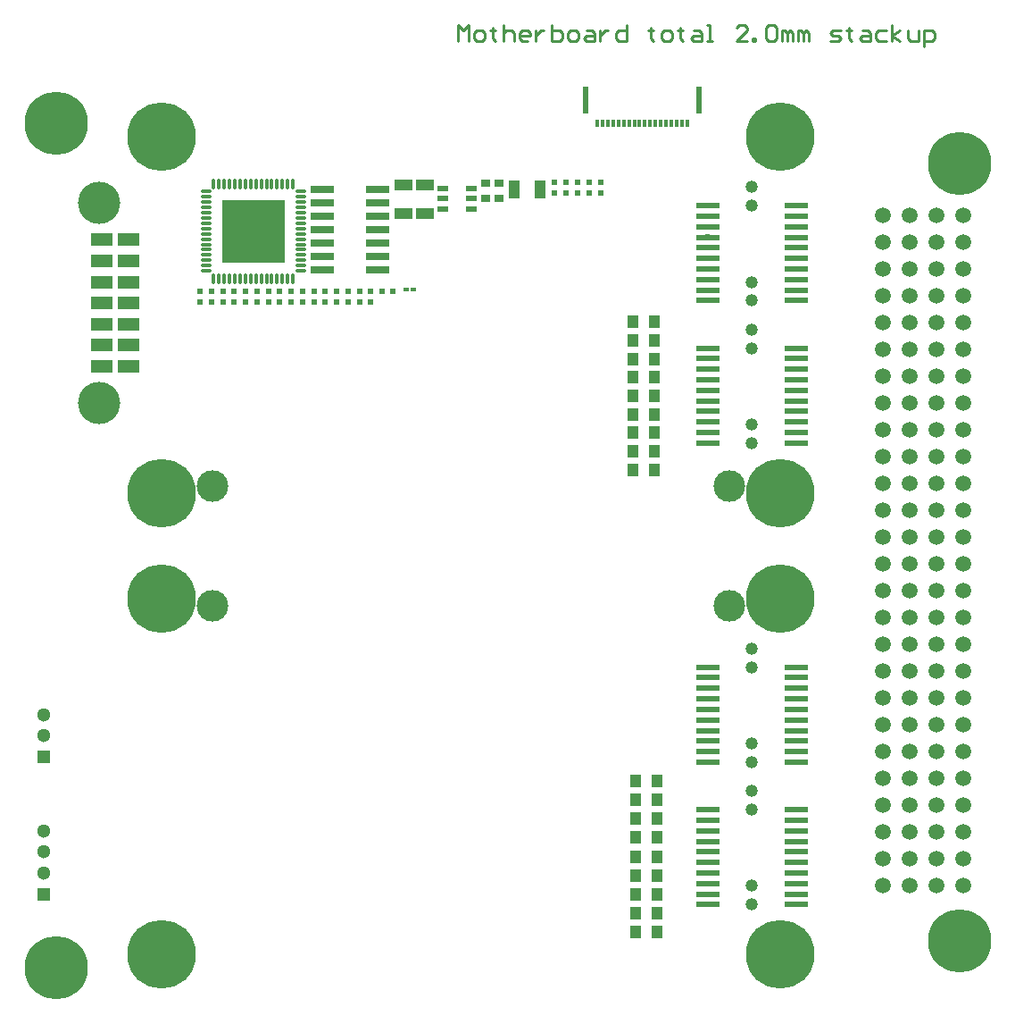
<source format=gtl>
G04 Layer_Physical_Order=1*
G04 Layer_Color=255*
%FSLAX44Y44*%
%MOMM*%
G71*
G01*
G75*
%ADD10R,1.0000X1.3000*%
%ADD11R,2.2000X0.6500*%
%ADD12R,1.0000X1.8000*%
%ADD13R,1.7000X1.1000*%
%ADD14R,1.0500X0.6000*%
%ADD15R,0.5000X0.3000*%
%ADD16R,0.9000X0.8000*%
%ADD17R,0.3500X0.7000*%
%ADD18R,0.6000X2.6000*%
%ADD19R,2.2600X0.6100*%
%ADD20R,2.0000X1.2000*%
G04:AMPARAMS|DCode=21|XSize=0.3mm|YSize=1mm|CornerRadius=0.12mm|HoleSize=0mm|Usage=FLASHONLY|Rotation=90.000|XOffset=0mm|YOffset=0mm|HoleType=Round|Shape=RoundedRectangle|*
%AMROUNDEDRECTD21*
21,1,0.3000,0.7600,0,0,90.0*
21,1,0.0600,1.0000,0,0,90.0*
1,1,0.2400,0.3800,0.0300*
1,1,0.2400,0.3800,-0.0300*
1,1,0.2400,-0.3800,-0.0300*
1,1,0.2400,-0.3800,0.0300*
%
%ADD21ROUNDEDRECTD21*%
G04:AMPARAMS|DCode=22|XSize=0.3mm|YSize=1mm|CornerRadius=0.12mm|HoleSize=0mm|Usage=FLASHONLY|Rotation=0.000|XOffset=0mm|YOffset=0mm|HoleType=Round|Shape=RoundedRectangle|*
%AMROUNDEDRECTD22*
21,1,0.3000,0.7600,0,0,0.0*
21,1,0.0600,1.0000,0,0,0.0*
1,1,0.2400,0.0300,-0.3800*
1,1,0.2400,-0.0300,-0.3800*
1,1,0.2400,-0.0300,0.3800*
1,1,0.2400,0.0300,0.3800*
%
%ADD22ROUNDEDRECTD22*%
%ADD23R,6.0000X6.0000*%
%ADD24R,0.6000X0.6000*%
%ADD25R,0.6000X0.6000*%
%ADD26C,0.2540*%
%ADD27C,1.3000*%
%ADD28R,1.3000X1.3000*%
%ADD29C,6.5000*%
%ADD30C,1.1900*%
%ADD31C,6.0000*%
%ADD32C,1.5000*%
%ADD33C,3.0000*%
%ADD34C,4.0000*%
%ADD35C,0.6000*%
D10*
X499000Y212250D02*
D03*
X479000D02*
D03*
X499000Y194719D02*
D03*
X479000D02*
D03*
X499000Y177187D02*
D03*
X479000D02*
D03*
X499000Y159656D02*
D03*
X479000D02*
D03*
X499000Y142125D02*
D03*
X479000D02*
D03*
X499000Y124594D02*
D03*
X479000D02*
D03*
X499000Y107063D02*
D03*
X479000D02*
D03*
X499000Y89531D02*
D03*
X479000D02*
D03*
X499000Y72000D02*
D03*
X479000D02*
D03*
X501500Y-222750D02*
D03*
X481500D02*
D03*
X501500Y-240656D02*
D03*
X481500D02*
D03*
X501500Y-258563D02*
D03*
X481500D02*
D03*
X501500Y-276469D02*
D03*
X481500D02*
D03*
X501500Y-294375D02*
D03*
X481500D02*
D03*
X501500Y-312281D02*
D03*
X481500D02*
D03*
X501500Y-330187D02*
D03*
X481500D02*
D03*
X501500Y-348094D02*
D03*
X481500D02*
D03*
X501500Y-366000D02*
D03*
X481500D02*
D03*
D11*
X184216Y338082D02*
D03*
Y325382D02*
D03*
Y312682D02*
D03*
Y299982D02*
D03*
Y287282D02*
D03*
Y274582D02*
D03*
Y261882D02*
D03*
X236216Y338082D02*
D03*
Y325382D02*
D03*
Y312682D02*
D03*
Y299982D02*
D03*
Y287282D02*
D03*
Y274582D02*
D03*
Y261882D02*
D03*
D12*
X366048Y337332D02*
D03*
X391048D02*
D03*
D13*
X260766Y342082D02*
D03*
Y315082D02*
D03*
X281566Y342082D02*
D03*
Y315082D02*
D03*
D14*
X325632Y338332D02*
D03*
Y328832D02*
D03*
Y319332D02*
D03*
X298632D02*
D03*
Y328832D02*
D03*
Y338332D02*
D03*
D15*
X263250Y243250D02*
D03*
X270250D02*
D03*
D16*
X351498Y329582D02*
D03*
Y343582D02*
D03*
X338698Y329582D02*
D03*
Y343582D02*
D03*
D17*
X485000Y400000D02*
D03*
X490000D02*
D03*
X495000D02*
D03*
X500000D02*
D03*
X505000D02*
D03*
X510000D02*
D03*
X515000D02*
D03*
X520000D02*
D03*
X525000D02*
D03*
X530000D02*
D03*
X480000D02*
D03*
X475000D02*
D03*
X470000D02*
D03*
X465000D02*
D03*
X460000D02*
D03*
X455000D02*
D03*
X450000D02*
D03*
X445000D02*
D03*
D18*
X434000Y422000D02*
D03*
X541000D02*
D03*
D19*
X549750Y-115000D02*
D03*
Y-125000D02*
D03*
Y-135000D02*
D03*
Y-145000D02*
D03*
Y-155000D02*
D03*
Y-165000D02*
D03*
Y-175000D02*
D03*
Y-185000D02*
D03*
Y-195000D02*
D03*
Y-205000D02*
D03*
X633550D02*
D03*
Y-195000D02*
D03*
Y-185000D02*
D03*
Y-175000D02*
D03*
Y-165000D02*
D03*
Y-155000D02*
D03*
Y-145000D02*
D03*
Y-135000D02*
D03*
Y-125000D02*
D03*
Y-115000D02*
D03*
X549750Y322300D02*
D03*
Y312300D02*
D03*
Y302300D02*
D03*
Y292300D02*
D03*
Y282300D02*
D03*
Y272300D02*
D03*
Y262300D02*
D03*
Y252300D02*
D03*
Y242300D02*
D03*
Y232300D02*
D03*
X633550D02*
D03*
Y242300D02*
D03*
Y252300D02*
D03*
Y262300D02*
D03*
Y272300D02*
D03*
Y282300D02*
D03*
Y292300D02*
D03*
Y302300D02*
D03*
Y312300D02*
D03*
Y322300D02*
D03*
X549750Y187300D02*
D03*
Y177300D02*
D03*
Y167300D02*
D03*
Y157300D02*
D03*
Y147300D02*
D03*
Y137300D02*
D03*
Y127300D02*
D03*
Y117300D02*
D03*
Y107300D02*
D03*
Y97300D02*
D03*
X633550D02*
D03*
Y107300D02*
D03*
Y117300D02*
D03*
Y127300D02*
D03*
Y137300D02*
D03*
Y147300D02*
D03*
Y157300D02*
D03*
Y167300D02*
D03*
Y177300D02*
D03*
Y187300D02*
D03*
X549750Y-250000D02*
D03*
Y-260000D02*
D03*
Y-270000D02*
D03*
Y-280000D02*
D03*
Y-290000D02*
D03*
Y-300000D02*
D03*
Y-310000D02*
D03*
Y-320000D02*
D03*
Y-330000D02*
D03*
Y-340000D02*
D03*
X633550D02*
D03*
Y-330000D02*
D03*
Y-320000D02*
D03*
Y-310000D02*
D03*
Y-300000D02*
D03*
Y-290000D02*
D03*
Y-280000D02*
D03*
Y-270000D02*
D03*
Y-260000D02*
D03*
Y-250000D02*
D03*
D20*
X0Y170000D02*
D03*
X-25000D02*
D03*
X0Y190000D02*
D03*
X-25000D02*
D03*
X0Y210000D02*
D03*
X-25000D02*
D03*
X0Y230000D02*
D03*
X-25000D02*
D03*
X0Y250000D02*
D03*
X-25000D02*
D03*
X0Y270000D02*
D03*
X-25000D02*
D03*
X0Y290000D02*
D03*
X-25000D02*
D03*
D21*
X73650Y335566D02*
D03*
Y330566D02*
D03*
Y325566D02*
D03*
Y320566D02*
D03*
Y315566D02*
D03*
Y310566D02*
D03*
Y305566D02*
D03*
Y300566D02*
D03*
Y295566D02*
D03*
Y290566D02*
D03*
Y285566D02*
D03*
Y280566D02*
D03*
Y275566D02*
D03*
Y270566D02*
D03*
Y265566D02*
D03*
Y260566D02*
D03*
X163650D02*
D03*
Y265566D02*
D03*
Y270566D02*
D03*
Y275566D02*
D03*
Y280566D02*
D03*
Y285566D02*
D03*
Y290566D02*
D03*
Y295566D02*
D03*
Y300566D02*
D03*
Y305566D02*
D03*
Y310566D02*
D03*
Y315566D02*
D03*
Y320566D02*
D03*
Y325566D02*
D03*
Y330566D02*
D03*
Y335566D02*
D03*
D22*
X81150Y253066D02*
D03*
X86150D02*
D03*
X91150D02*
D03*
X96150D02*
D03*
X101150D02*
D03*
X106150D02*
D03*
X111150D02*
D03*
X116150D02*
D03*
X121150D02*
D03*
X126150D02*
D03*
X131150D02*
D03*
X136150D02*
D03*
X141150D02*
D03*
X146150D02*
D03*
X151150D02*
D03*
X156150D02*
D03*
Y343066D02*
D03*
X151150D02*
D03*
X146150D02*
D03*
X141150D02*
D03*
X136150D02*
D03*
X131150D02*
D03*
X126150D02*
D03*
X121150D02*
D03*
X116150D02*
D03*
X111150D02*
D03*
X106150D02*
D03*
X101150D02*
D03*
X96150D02*
D03*
X91150D02*
D03*
X86150D02*
D03*
X81150D02*
D03*
D23*
X118650Y298066D02*
D03*
D24*
X78950Y241250D02*
D03*
Y231250D02*
D03*
X68150Y241250D02*
D03*
Y231250D02*
D03*
X230150Y241250D02*
D03*
Y231250D02*
D03*
X186950D02*
D03*
Y241250D02*
D03*
X122150D02*
D03*
Y231250D02*
D03*
X165350D02*
D03*
Y241250D02*
D03*
X176150D02*
D03*
Y231250D02*
D03*
X154550D02*
D03*
Y241250D02*
D03*
X132950D02*
D03*
Y231250D02*
D03*
X143750D02*
D03*
Y241250D02*
D03*
X219350D02*
D03*
Y231250D02*
D03*
X197750D02*
D03*
Y241250D02*
D03*
X208550D02*
D03*
Y231250D02*
D03*
X436998Y344082D02*
D03*
Y334082D02*
D03*
X447798Y344082D02*
D03*
Y334082D02*
D03*
X426198Y344082D02*
D03*
Y334082D02*
D03*
X404598Y344082D02*
D03*
Y334082D02*
D03*
X415398Y344082D02*
D03*
Y334082D02*
D03*
X100550Y241250D02*
D03*
Y231250D02*
D03*
X111350D02*
D03*
Y241250D02*
D03*
X89750D02*
D03*
Y231250D02*
D03*
D25*
X240950Y241250D02*
D03*
X250950D02*
D03*
D26*
X312650Y478000D02*
Y493235D01*
X317728Y488157D01*
X322807Y493235D01*
Y478000D01*
X330424D02*
X335503D01*
X338042Y480539D01*
Y485617D01*
X335503Y488157D01*
X330424D01*
X327885Y485617D01*
Y480539D01*
X330424Y478000D01*
X345659Y490696D02*
Y488157D01*
X343120D01*
X348198D01*
X345659D01*
Y480539D01*
X348198Y478000D01*
X355816Y493235D02*
Y478000D01*
Y485617D01*
X358355Y488157D01*
X363433D01*
X365973Y485617D01*
Y478000D01*
X378669D02*
X373590D01*
X371051Y480539D01*
Y485617D01*
X373590Y488157D01*
X378669D01*
X381208Y485617D01*
Y483078D01*
X371051D01*
X386286Y488157D02*
Y478000D01*
Y483078D01*
X388825Y485617D01*
X391364Y488157D01*
X393904D01*
X401521Y493235D02*
Y478000D01*
X409139D01*
X411678Y480539D01*
Y483078D01*
Y485617D01*
X409139Y488157D01*
X401521D01*
X419295Y478000D02*
X424374D01*
X426913Y480539D01*
Y485617D01*
X424374Y488157D01*
X419295D01*
X416756Y485617D01*
Y480539D01*
X419295Y478000D01*
X434530Y488157D02*
X439609D01*
X442148Y485617D01*
Y478000D01*
X434530D01*
X431991Y480539D01*
X434530Y483078D01*
X442148D01*
X447226Y488157D02*
Y478000D01*
Y483078D01*
X449766Y485617D01*
X452305Y488157D01*
X454844D01*
X472618Y493235D02*
Y478000D01*
X465001D01*
X462461Y480539D01*
Y485617D01*
X465001Y488157D01*
X472618D01*
X495471Y490696D02*
Y488157D01*
X492932D01*
X498010D01*
X495471D01*
Y480539D01*
X498010Y478000D01*
X508167D02*
X513245D01*
X515784Y480539D01*
Y485617D01*
X513245Y488157D01*
X508167D01*
X505627Y485617D01*
Y480539D01*
X508167Y478000D01*
X523402Y490696D02*
Y488157D01*
X520863D01*
X525941D01*
X523402D01*
Y480539D01*
X525941Y478000D01*
X536098Y488157D02*
X541176D01*
X543715Y485617D01*
Y478000D01*
X536098D01*
X533558Y480539D01*
X536098Y483078D01*
X543715D01*
X548793Y478000D02*
X553872D01*
X551333D01*
Y493235D01*
X548793D01*
X586881Y478000D02*
X576724D01*
X586881Y488157D01*
Y490696D01*
X584342Y493235D01*
X579264D01*
X576724Y490696D01*
X591959Y478000D02*
Y480539D01*
X594499D01*
Y478000D01*
X591959D01*
X604655Y490696D02*
X607195Y493235D01*
X612273D01*
X614812Y490696D01*
Y480539D01*
X612273Y478000D01*
X607195D01*
X604655Y480539D01*
Y490696D01*
X619891Y478000D02*
Y488157D01*
X622430D01*
X624969Y485617D01*
Y478000D01*
Y485617D01*
X627508Y488157D01*
X630047Y485617D01*
Y478000D01*
X635126D02*
Y488157D01*
X637665D01*
X640204Y485617D01*
Y478000D01*
Y485617D01*
X642743Y488157D01*
X645282Y485617D01*
Y478000D01*
X665596D02*
X673213D01*
X675752Y480539D01*
X673213Y483078D01*
X668135D01*
X665596Y485617D01*
X668135Y488157D01*
X675752D01*
X683370Y490696D02*
Y488157D01*
X680831D01*
X685909D01*
X683370D01*
Y480539D01*
X685909Y478000D01*
X696066Y488157D02*
X701144D01*
X703683Y485617D01*
Y478000D01*
X696066D01*
X693527Y480539D01*
X696066Y483078D01*
X703683D01*
X718918Y488157D02*
X711301D01*
X708762Y485617D01*
Y480539D01*
X711301Y478000D01*
X718918D01*
X723997D02*
Y493235D01*
Y483078D02*
X731614Y488157D01*
X723997Y483078D02*
X731614Y478000D01*
X739232Y488157D02*
Y480539D01*
X741771Y478000D01*
X749389D01*
Y488157D01*
X754467Y472922D02*
Y488157D01*
X762085D01*
X764624Y485617D01*
Y480539D01*
X762085Y478000D01*
X754467D01*
D27*
X-80000Y-290000D02*
D03*
Y-310000D02*
D03*
Y-270000D02*
D03*
Y-160000D02*
D03*
Y-180000D02*
D03*
D28*
Y-330000D02*
D03*
Y-200000D02*
D03*
D29*
X618650Y-387300D02*
D03*
Y387300D02*
D03*
Y50000D02*
D03*
Y-50000D02*
D03*
X31350Y387300D02*
D03*
Y50000D02*
D03*
Y-50000D02*
D03*
Y-387300D02*
D03*
D30*
X591650Y-97300D02*
D03*
Y-187300D02*
D03*
Y250000D02*
D03*
Y340000D02*
D03*
Y-115000D02*
D03*
Y-205000D02*
D03*
Y322300D02*
D03*
Y232300D02*
D03*
Y187300D02*
D03*
Y97300D02*
D03*
Y-322300D02*
D03*
Y-232300D02*
D03*
Y115000D02*
D03*
Y205000D02*
D03*
Y-250000D02*
D03*
Y-340000D02*
D03*
D31*
X788650Y362000D02*
D03*
Y-374600D02*
D03*
X-68650Y400100D02*
D03*
Y-400000D02*
D03*
D32*
X715910Y313440D02*
D03*
X741310D02*
D03*
X715910Y288040D02*
D03*
X741310D02*
D03*
X715910Y262640D02*
D03*
X741310D02*
D03*
X715910Y237240D02*
D03*
X741310D02*
D03*
X715910Y211840D02*
D03*
X741310D02*
D03*
X715910Y186440D02*
D03*
X741310D02*
D03*
X715910Y161040D02*
D03*
X741310D02*
D03*
X715910Y135640D02*
D03*
X741310D02*
D03*
X715910Y110240D02*
D03*
X741310D02*
D03*
X715910Y84840D02*
D03*
X741310D02*
D03*
X715910Y59440D02*
D03*
X741310D02*
D03*
X715910Y34040D02*
D03*
X741310D02*
D03*
X715910Y8640D02*
D03*
X741310D02*
D03*
X715910Y-16760D02*
D03*
X741310D02*
D03*
X715910Y-42160D02*
D03*
X741310D02*
D03*
X715910Y-67560D02*
D03*
X741310D02*
D03*
X715910Y-92960D02*
D03*
X741310D02*
D03*
X715910Y-118360D02*
D03*
X741310D02*
D03*
X715910Y-143760D02*
D03*
X741310D02*
D03*
X715910Y-169160D02*
D03*
X741310D02*
D03*
X715910Y-194560D02*
D03*
X741310D02*
D03*
X715910Y-219960D02*
D03*
X741310D02*
D03*
X715910Y-245360D02*
D03*
X741310D02*
D03*
X715910Y-270760D02*
D03*
X741310D02*
D03*
X715910Y-296160D02*
D03*
X741310D02*
D03*
X715910Y-321560D02*
D03*
X741310D02*
D03*
X792110D02*
D03*
X766710D02*
D03*
X792110Y-296160D02*
D03*
X766710D02*
D03*
X792110Y-270760D02*
D03*
X766710D02*
D03*
X792110Y-245360D02*
D03*
X766710D02*
D03*
X792110Y-219960D02*
D03*
X766710D02*
D03*
X792110Y-194560D02*
D03*
X766710D02*
D03*
X792110Y-169160D02*
D03*
X766710D02*
D03*
X792110Y-143760D02*
D03*
X766710D02*
D03*
X792110Y-118360D02*
D03*
X766710D02*
D03*
X792110Y-92960D02*
D03*
X766710D02*
D03*
X792110Y-67560D02*
D03*
X766710D02*
D03*
X792110Y-42160D02*
D03*
X766710D02*
D03*
X792110Y-16760D02*
D03*
X766710D02*
D03*
X792110Y8640D02*
D03*
X766710D02*
D03*
X792110Y34040D02*
D03*
X766710D02*
D03*
X792110Y59440D02*
D03*
X766710D02*
D03*
X792110Y84840D02*
D03*
X766710D02*
D03*
X792110Y110240D02*
D03*
X766710D02*
D03*
X792110Y135640D02*
D03*
X766710D02*
D03*
X792110Y161040D02*
D03*
X766710D02*
D03*
X792110Y186440D02*
D03*
X766710D02*
D03*
X792110Y211840D02*
D03*
X766710D02*
D03*
X792110Y237240D02*
D03*
X766710D02*
D03*
X792110Y262640D02*
D03*
X766710D02*
D03*
X792110Y288040D02*
D03*
X766710D02*
D03*
X792110Y313440D02*
D03*
X766710D02*
D03*
D33*
X570000Y56650D02*
D03*
X80000D02*
D03*
X570000Y-56650D02*
D03*
X80000D02*
D03*
D34*
X-27500Y135000D02*
D03*
Y325000D02*
D03*
D35*
X630000Y-185000D02*
D03*
Y-175000D02*
D03*
Y-195000D02*
D03*
Y-205000D02*
D03*
X555000D02*
D03*
Y-195000D02*
D03*
Y-185000D02*
D03*
Y-175000D02*
D03*
Y-165000D02*
D03*
Y-155000D02*
D03*
Y-145000D02*
D03*
Y-135000D02*
D03*
Y-125000D02*
D03*
Y-115000D02*
D03*
X630000D02*
D03*
Y-125000D02*
D03*
Y-135000D02*
D03*
Y-145000D02*
D03*
Y-155000D02*
D03*
Y-165000D02*
D03*
X633550Y97300D02*
D03*
Y107300D02*
D03*
Y117300D02*
D03*
Y127300D02*
D03*
Y137300D02*
D03*
Y147300D02*
D03*
Y157300D02*
D03*
Y167300D02*
D03*
Y177300D02*
D03*
Y187300D02*
D03*
X549750D02*
D03*
Y177300D02*
D03*
Y167300D02*
D03*
Y157300D02*
D03*
Y147300D02*
D03*
Y137300D02*
D03*
Y127300D02*
D03*
Y117300D02*
D03*
Y107300D02*
D03*
Y97300D02*
D03*
X633550Y322300D02*
D03*
Y312300D02*
D03*
Y302300D02*
D03*
Y292300D02*
D03*
Y282300D02*
D03*
Y272300D02*
D03*
Y262300D02*
D03*
Y252300D02*
D03*
Y242300D02*
D03*
Y232300D02*
D03*
X549750D02*
D03*
Y242300D02*
D03*
Y252300D02*
D03*
Y262300D02*
D03*
Y272300D02*
D03*
Y282300D02*
D03*
X550000Y292500D02*
D03*
Y302500D02*
D03*
Y312500D02*
D03*
X549750Y322300D02*
D03*
Y-250000D02*
D03*
Y-260000D02*
D03*
Y-270000D02*
D03*
Y-280000D02*
D03*
Y-290000D02*
D03*
Y-300000D02*
D03*
Y-310000D02*
D03*
Y-320000D02*
D03*
Y-330000D02*
D03*
Y-340000D02*
D03*
X633550D02*
D03*
Y-330000D02*
D03*
Y-320000D02*
D03*
Y-310000D02*
D03*
Y-300000D02*
D03*
Y-290000D02*
D03*
Y-280000D02*
D03*
Y-270000D02*
D03*
Y-260000D02*
D03*
Y-250000D02*
D03*
M02*

</source>
